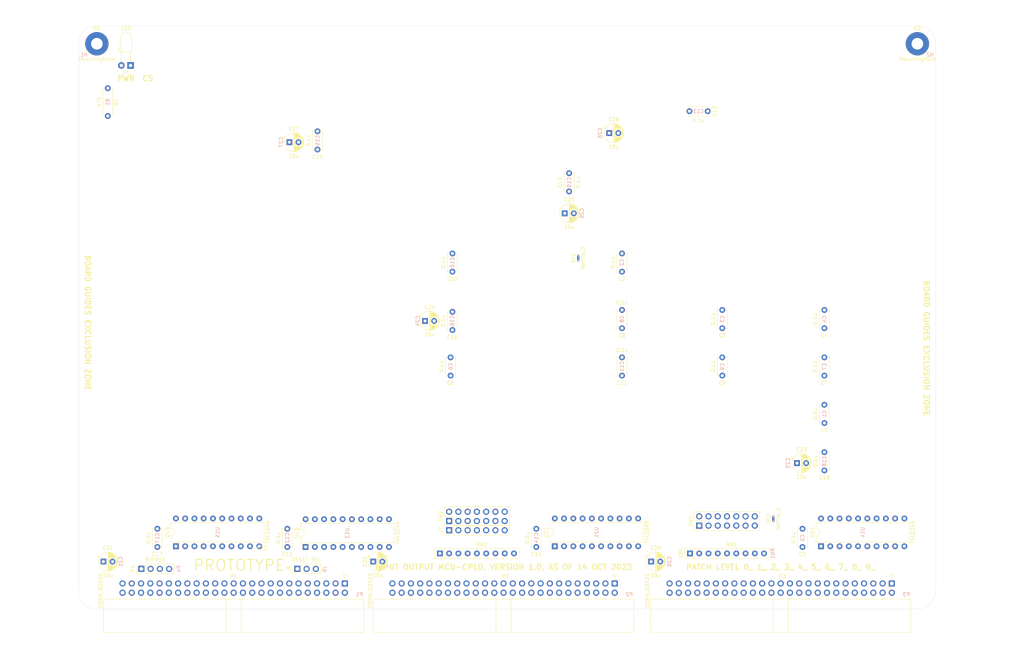
<source format=kicad_pcb>
(kicad_pcb (version 20211014) (generator pcbnew)
  (layers (0 "F.Cu" signal) (31 "B.Cu" signal) (34 "B.Paste" user) (35 "F.Paste" user) (36 "B.SilkS" user "B.Silkscreen") (37 "F.SilkS" user "F.Silkscreen") (38 "B.Mask" user) (39 "F.Mask" user) (44 "Edge.Cuts" user))
  (net 0 "")
  (net 1 "GND")
  (net 2 "VCC")
  (net 3 "Net-(U21-Pad9)")
  (net 4 "Net-(U21-Pad7)")
  (net 5 "Net-(U21-Pad5)")
  (net 6 "Net-(U21-Pad3)")
  (net 7 "Net-(U21-Pad17)")
  (net 8 "Net-(U21-Pad15)")
  (net 9 "Net-(RN1-Pad5)")
  (net 10 "Net-(RN1-Pad4)")
  (net 11 "Net-(RN1-Pad3)")
  (net 12 "Net-(RN1-Pad2)")
  (net 13 "Net-(D1-Pad2)")
  (net 14 "-12V")
  (net 15 "~{EIRQ0}")
  (net 16 "~{EIRQ1}")
  (net 17 "~{EIRQ2}")
  (net 18 "~{EIRQ3}")
  (net 19 "~{EIRQ4}")
  (net 20 "~{EIRQ5}")
  (net 21 "~{EIRQ6}")
  (net 22 "~{EIRQ7}")
  (net 23 "~{INT0}")
  (net 24 "~{M1}")
  (net 25 "~{IORQ}")
  (net 26 "~{WR}")
  (net 27 "~{RD}")
  (net 28 "A0")
  (net 29 "A1")
  (net 30 "A2")
  (net 31 "A3")
  (net 32 "A4")
  (net 33 "A5")
  (net 34 "A6")
  (net 35 "A7")
  (net 36 "+12V")
  (net 37 "D0")
  (net 38 "D1")
  (net 39 "D2")
  (net 40 "D3")
  (net 41 "D4")
  (net 42 "D5")
  (net 43 "D6")
  (net 44 "D7")
  (net 45 "ONE")
  (net 46 "ZERO")
  (net 47 "bD6")
  (net 48 "bD5")
  (net 49 "bD4")
  (net 50 "bD3")
  (net 51 "bD2")
  (net 52 "bD1")
  (net 53 "bD0")
  (net 54 "~{bWR}")
  (net 55 "~{bRD}")
  (net 56 "bA0")
  (net 57 "bD7")
  (net 58 "~{bRESET}")
  (net 59 "~{bM1}")
  (net 60 "bA7")
  (net 61 "bA6")
  (net 62 "bA5")
  (net 63 "bA4")
  (net 64 "~{bIORQ}")
  (net 65 "bA1")
  (net 66 "bA2")
  (net 67 "bA3")
  (net 68 "/bus/D15")
  (net 69 "/bus/D31")
  (net 70 "/bus/D14")
  (net 71 "/bus/D30")
  (net 72 "/bus/D13")
  (net 73 "/bus/D29")
  (net 74 "/bus/D12")
  (net 75 "/bus/D28")
  (net 76 "/bus/D11")
  (net 77 "/bus/D27")
  (net 78 "/bus/D10")
  (net 79 "/bus/D26")
  (net 80 "/bus/D9")
  (net 81 "/bus/D25")
  (net 82 "/bus/D8")
  (net 83 "/bus/D24")
  (net 84 "/bus/D23")
  (net 85 "/bus/D22")
  (net 86 "/bus/D21")
  (net 87 "/bus/D20")
  (net 88 "/bus/D19")
  (net 89 "/bus/D18")
  (net 90 "/bus/D17")
  (net 91 "/bus/D16")
  (net 92 "/bus/~{BUSERR}")
  (net 93 "/bus/UDS")
  (net 94 "/bus/~{VPA}")
  (net 95 "/bus/LDS")
  (net 96 "/bus/~{VMA}")
  (net 97 "/bus/S2")
  (net 98 "/bus/~{BHE}")
  (net 99 "/bus/S1")
  (net 100 "/bus/IPL2")
  (net 101 "/bus/S0")
  (net 102 "/bus/IPL1")
  (net 103 "/bus/AUXCLK3")
  (net 104 "/bus/IPL0")
  (net 105 "/bus/AUXCLK2")
  (net 106 "/bus/A15")
  (net 107 "/bus/A31")
  (net 108 "/bus/A14")
  (net 109 "/bus/A30")
  (net 110 "/bus/A13")
  (net 111 "/bus/A29")
  (net 112 "/bus/A12")
  (net 113 "/bus/A28")
  (net 114 "/bus/A11")
  (net 115 "/bus/A27")
  (net 116 "/bus/A10")
  (net 117 "/bus/A26")
  (net 118 "/bus/A9")
  (net 119 "/bus/A25")
  (net 120 "/bus/A8")
  (net 121 "/bus/A24")
  (net 122 "/bus/A23")
  (net 123 "/bus/A22")
  (net 124 "/bus/A21")
  (net 125 "/bus/A20")
  (net 126 "/bus/A19")
  (net 127 "/bus/A18")
  (net 128 "/bus/A17")
  (net 129 "/bus/A16")
  (net 130 "/bus/IC3")
  (net 131 "~{TEND1}")
  (net 132 "/bus/IC2")
  (net 133 "~{DREQ1}")
  (net 134 "/bus/IC1")
  (net 135 "~{TEND0}")
  (net 136 "/bus/IC0")
  (net 137 "~{DREQ0}")
  (net 138 "/bus/AUXCLK1")
  (net 139 "/bus/AUXCLK0")
  (net 140 "/bus/E")
  (net 141 "/bus/ST")
  (net 142 "/bus/PHI")
  (net 143 "/bus/~{MREQ}")
  (net 144 "/bus/~{INT2}")
  (net 145 "/bus/~{INT1}")
  (net 146 "/bus/~{BUSACK}")
  (net 147 "/bus/CRUCLK")
  (net 148 "/bus/CLK")
  (net 149 "/bus/CRUOUT")
  (net 150 "/bus/CRUIN")
  (net 151 "/bus/~{NMI}")
  (net 152 "~{RES_IN}")
  (net 153 "~{RES_OUT}")
  (net 154 "/bus/USER8")
  (net 155 "/bus/~{BUSRQ}")
  (net 156 "/bus/USER7")
  (net 157 "/bus/~{WAIT}")
  (net 158 "/bus/USER6")
  (net 159 "/bus/~{HALT}")
  (net 160 "/bus/USER5")
  (net 161 "/bus/~{RFSH}")
  (net 162 "/bus/USER4")
  (net 163 "/bus/USER3")
  (net 164 "/bus/USER2")
  (net 165 "/bus/USER1")
  (net 166 "/bus/USER0")
  (net 167 "~{BAI}")
  (net 168 "~{BAO}")
  (net 169 "~{IEI}")
  (net 170 "~{IEO}")
  (net 171 "/bus/I2C_SCL")
  (net 172 "/bus/I2C_SDA")
  (net 173 "Net-(U21-Pad13)")
  (net 174 "Net-(U21-Pad11)")
  (net 175 "Net-(U21-Pad8)")
  (net 176 "Net-(U21-Pad4)")
  (net 177 "~{CS_MCU-CPLD}")
  (net 178 "Net-(RN2-Pad7)")
  (net 186 "Net-(J9-Pad2)")
  (footprint "MountingHole:MountingHole_3.2mm_M3_Pad" (layer "F.Cu") (at 265 75)
    (fp_text reference "H2" (at 0 -4.2) (layer "F.SilkS"))
    (fp_text value "MountingHole" (at 0 4.2) (layer "F.SilkS"))
    (fp_text user "${REFERENCE}" (at 3.5 3) (layer "B.SilkS") (effects (justify mirror)))
    (pad "1" thru_hole circle (at 0 0) (size 6.4 6.4) (drill 3.2) (layers *.Cu *.Mask) (net 1 "GND"))
  )
  (footprint "MountingHole:MountingHole_3.2mm_M3_Pad" (layer "F.Cu") (at 40 75)
    (fp_text reference "H1" (at 0 -4.2) (layer "F.SilkS"))
    (fp_text value "MountingHole" (at 0 4.2) (layer "F.SilkS"))
    (fp_text user "${REFERENCE}" (at -3.5 3) (layer "B.SilkS") (effects (justify mirror)))
    (pad "1" thru_hole circle (at 0 0) (size 6.4 6.4) (drill 3.2) (layers *.Cu *.Mask) (net 1 "GND"))
  )
  (footprint "Connector_IDC:IDC-Header_2x25_P2.54mm_Horizontal" (layer "F.Cu") (at 182 223 -90)
    (fp_text reference "P2" (at 3 -4 180) (layer "B.SilkS") (effects (justify mirror)))
    (fp_text value "CONN_02X25" (at 2 67.06 90) (layer "F.SilkS"))
    (fp_text user "${REFERENCE}" (at -2 30) (layer "F.SilkS"))
    (pad "1" thru_hole roundrect (at 0 0 270) (size 1.7 1.7) (drill 1) (layers *.Cu *.Mask) (roundrect_rratio 0.147059) (net 2 "VCC"))
    (pad "2" thru_hole circle (at 2.54 0 270) (size 1.7 1.7) (drill 1) (layers *.Cu *.Mask) (net 2 "VCC"))
    (pad "3" thru_hole circle (at 0 2.54 270) (size 1.7 1.7) (drill 1) (layers *.Cu *.Mask) (net 106 "/bus/A15"))
    (pad "4" thru_hole circle (at 2.54 2.54 270) (size 1.7 1.7) (drill 1) (layers *.Cu *.Mask) (net 107 "/bus/A31"))
    (pad "5" thru_hole circle (at 0 5.08 270) (size 1.7 1.7) (drill 1) (layers *.Cu *.Mask) (net 108 "/bus/A14"))
    (pad "6" thru_hole circle (at 2.54 5.08 270) (size 1.7 1.7) (drill 1) (layers *.Cu *.Mask) (net 109 "/bus/A30"))
    (pad "7" thru_hole circle (at 0 7.62 270) (size 1.7 1.7) (drill 1) (layers *.Cu *.Mask) (net 110 "/bus/A13"))
    (pad "8" thru_hole circle (at 2.54 7.62 270) (size 1.7 1.7) (drill 1) (layers *.Cu *.Mask) (net 111 "/bus/A29"))
    (pad "9" thru_hole circle (at 0 10.16 270) (size 1.7 1.7) (drill 1) (layers *.Cu *.Mask) (net 112 "/bus/A12"))
    (pad "10" thru_hole circle (at 2.54 10.16 270) (size 1.7 1.7) (drill 1) (layers *.Cu *.Mask) (net 113 "/bus/A28"))
    (pad "11" thru_hole circle (at 0 12.7 270) (size 1.7 1.7) (drill 1) (layers *.Cu *.Mask) (net 114 "/bus/A11"))
    (pad "12" thru_hole circle (at 2.54 12.7 270) (size 1.7 1.7) (drill 1) (layers *.Cu *.Mask) (net 115 "/bus/A27"))
    (pad "13" thru_hole circle (at 0 15.24 270) (size 1.7 1.7) (drill 1) (layers *.Cu *.Mask) (net 116 "/bus/A10"))
    (pad "14" thru_hole circle (at 2.54 15.24 270) (size 1.7 1.7) (drill 1) (layers *.Cu *.Mask) (net 117 "/bus/A26"))
    (pad "15" thru_hole circle (at 0 17.78 270) (size 1.7 1.7) (drill 1) (layers *.Cu *.Mask) (net 118 "/bus/A9"))
    (pad "16" thru_hole circle (at 2.54 17.78 270) (size 1.7 1.7) (drill 1) (layers *.Cu *.Mask) (net 119 "/bus/A25"))
    (pad "17" thru_hole circle (at 0 20.32 270) (size 1.7 1.7) (drill 1) (layers *.Cu *.Mask) (net 120 "/bus/A8"))
    (pad "18" thru_hole circle (at 2.54 20.32 270) (size 1.7 1.7) (drill 1) (layers *.Cu *.Mask) (net 121 "/bus/A24"))
    (pad "19" thru_hole circle (at 0 22.86 270) (size 1.7 1.7) (drill 1) (layers *.Cu *.Mask) (net 36 "+12V"))
    (pad "20" thru_hole circle (at 2.54 22.86 270) (size 1.7 1.7) (drill 1) (layers *.Cu *.Mask) (net 36 "+12V"))
    (pad "21" thru_hole circle (at 0 25.4 270) (size 1.7 1.7) (drill 1) (layers *.Cu *.Mask) (net 35 "A7"))
    (pad "22" thru_hole circle (at 2.54 25.4 270) (size 1.7 1.7) (drill 1) (layers *.Cu *.Mask) (net 122 "/bus/A23"))
    (pad "23" thru_hole circle (at 0 27.94 270) (size 1.7 1.7) (drill 1) (layers *.Cu *.Mask) (net 34 "A6"))
    (pad "24" thru_hole circle (at 2.54 27.94 270) (size 1.7 1.7) (drill 1) (layers *.Cu *.Mask) (net 123 "/bus/A22"))
    (pad "25" thru_hole circle (at 0 30.48 270) (size 1.7 1.7) (drill 1) (layers *.Cu *.Mask) (net 33 "A5"))
    (pad "26" thru_hole circle (at 2.54 30.48 270) (size 1.7 1.7) (drill 1) (layers *.Cu *.Mask) (net 124 "/bus/A21"))
    (pad "27" thru_hole circle (at 0 33.02 270) (size 1.7 1.7) (drill 1) (layers *.Cu *.Mask) (net 32 "A4"))
    (pad "28" thru_hole circle (at 2.54 33.02 270) (size 1.7 1.7) (drill 1) (layers *.Cu *.Mask) (net 125 "/bus/A20"))
    (pad "29" thru_hole circle (at 0 35.56 270) (size 1.7 1.7) (drill 1) (layers *.Cu *.Mask) (net 31 "A3"))
    (pad "30" thru_hole circle (at 2.54 35.56 270) (size 1.7 1.7) (drill 1) (layers *.Cu *.Mask) (net 126 "/bus/A19"))
    (pad "31" thru_hole circle (at 0 38.1 270) (size 1.7 1.7) (drill 1) (layers *.Cu *.Mask) (net 30 "A2"))
    (pad "32" thru_hole circle (at 2.54 38.1 270) (size 1.7 1.7) (drill 1) (layers *.Cu *.Mask) (net 127 "/bus/A18"))
    (pad "33" thru_hole circle (at 0 40.64 270) (size 1.7 1.7) (drill 1) (layers *.Cu *.Mask) (net 29 "A1"))
    (pad "34" thru_hole circle (at 2.54 40.64 270) (size 1.7 1.7) (drill 1) (layers *.Cu *.Mask) (net 128 "/bus/A17"))
    (pad "35" thru_hole circle (at 0 43.18 270) (size 1.7 1.7) (drill 1) (layers *.Cu *.Mask) (net 28 "A0"))
    (pad "36" thru_hole circle (at 2.54 43.18 270) (size 1.7 1.7) (drill 1) (layers *.Cu *.Mask) (net 129 "/bus/A16"))
    (pad "37" thru_hole circle (at 0 45.72 270) (size 1.7 1.7) (drill 1) (layers *.Cu *.Mask) (net 14 "-12V"))
    (pad "38" thru_hole circle (at 2.54 45.72 270) (size 1.7 1.7) (drill 1) (layers *.Cu *.Mask) (net 14 "-12V"))
    (pad "39" thru_hole circle (at 0 48.26 270) (size 1.7 1.7) (drill 1) (layers *.Cu *.Mask) (net 130 "/bus/IC3"))
    (pad "40" thru_hole circle (at 2.54 48.26 270) (size 1.7 1.7) (drill 1) (layers *.Cu *.Mask) (net 131 "~{TEND1}"))
    (pad "41" thru_hole circle (at 0 50.8 270) (size 1.7 1.7) (drill 1) (layers *.Cu *.Mask) (net 132 "/bus/IC2"))
    (pad "42" thru_hole circle (at 2.54 50.8 270) (size 1.7 1.7) (drill 1) (layers *.Cu *.Mask) (net 133 "~{DREQ1}"))
    (pad "43" thru_hole circle (at 0 53.34 270) (size 1.7 1.7) (drill 1) (layers *.Cu *.Mask) (net 134 "/bus/IC1"))
    (pad "44" thru_hole circle (at 2.54 53.34 270) (size 1.7 1.7) (drill 1) (layers *.Cu *.Mask) (net 135 "~{TEND0}"))
    (pad "45" thru_hole circle (at 0 55.88 270) (size 1.7 1.7) (drill 1) (layers *.Cu *.Mask) (net 136 "/bus/IC0"))
    (pad "46" thru_hole circle (at 2.54 55.88 270) (size 1.7 1.7) (drill 1) (layers *.Cu *.Mask) (net 137 "~{DREQ0}"))
    (pad "47" thru_hole circle (at 0 58.42 270) (size 1.7 1.7) (drill 1) (layers *.Cu *.Mask) (net 138 "/bus/AUXCLK1"))
    (pad "48" thru_hole circle (at 2.54 58.42 270) (size 1.7 1.7) (drill 1) (layers *.Cu *.Mask) (net 139 "/bus/AUXCLK0"))
    (pad "49" thru_hole circle (at 0 60.96 270) (size 1.7 1.7) (drill 1) (layers *.Cu *.Mask) (net 1 "GND"))
    (pad "50" thru_hole circle (at 2.54 60.96 270) (size 1.7 1.7) (drill 1) (layers *.Cu *.Mask) (net 1 "GND"))
  )
  (footprint "Connector_IDC:IDC-Header_2x25_P2.54mm_Horizontal" (layer "F.Cu") (at 258 223 -90)
    (fp_text reference "P3" (at 3 -4 180) (layer "B.SilkS") (effects (justify mirror)))
    (fp_text value "CONN_02X25" (at 2 67.06 90) (layer "F.SilkS"))
    (fp_text user "${REFERENCE}" (at -2 30) (layer "F.SilkS"))
    (pad "1" thru_hole roundrect (at 0 0 270) (size 1.7 1.7) (drill 1) (layers *.Cu *.Mask) (roundrect_rratio 0.147059) (net 2 "VCC"))
    (pad "2" thru_hole circle (at 2.54 0 270) (size 1.7 1.7) (drill 1) (layers *.Cu *.Mask) (net 2 "VCC"))
    (pad "3" thru_hole circle (at 0 2.54 270) (size 1.7 1.7) (drill 1) (layers *.Cu *.Mask) (net 68 "/bus/D15"))
    (pad "4" thru_hole circle (at 2.54 2.54 270) (size 1.7 1.7) (drill 1) (layers *.Cu *.Mask) (net 69 "/bus/D31"))
    (pad "5" thru_hole circle (at 0 5.08 270) (size 1.7 1.7) (drill 1) (layers *.Cu *.Mask) (net 70 "/bus/D14"))
    (pad "6" thru_hole circle (at 2.54 5.08 270) (size 1.7 1.7) (drill 1) (layers *.Cu *.Mask) (net 71 "/bus/D30"))
    (pad "7" thru_hole circle (at 0 7.62 270) (size 1.7 1.7) (drill 1) (layers *.Cu *.Mask) (net 72 "/bus/D13"))
    (pad "8" thru_hole circle (at 2.54 7.62 270) (size 1.7 1.7) (drill 1) (layers *.Cu *.Mask) (net 73 "/bus/D29"))
    (pad "9" thru_hole circle (at 0 10.16 270) (size 1.7 1.7) (drill 1) (layers *.Cu *.Mask) (net 74 "/bus/D12"))
    (pad "10" thru_hole circle (at 2.54 10.16 270) (size 1.7 1.7) (drill 1) (layers *.Cu *.Mask) (net 75 "/bus/D28"))
    (pad "11" thru_hole circle (at 0 12.7 270) (size 1.7 1.7) (drill 1) (layers *.Cu *.Mask) (net 76 "/bus/D11"))
    (pad "12" thru_hole circle (at 2.54 12.7 270) (size 1.7 1.7) (drill 1) (layers *.Cu *.Mask) (net 77 "/bus/D27"))
    (pad "13" thru_hole circle (at 0 15.24 270) (size 1.7 1.7) (drill 1) (layers *.Cu *.Mask) (net 78 "/bus/D10"))
    (pad "14" thru_hole circle (at 2.54 15.24 270) (size 1.7 1.7) (drill 1) (layers *.Cu *.Mask) (net 79 "/bus/D26"))
    (pad "15" thru_hole circle (at 0 17.78 270) (size 1.7 1.7) (drill 1) (layers *.Cu *.Mask) (net 80 "/bus/D9"))
    (pad "16" thru_hole circle (at 2.54 17.78 270) (size 1.7 1.7) (drill 1) (layers *.Cu *.Mask) (net 81 "/bus/D25"))
    (pad "17" thru_hole circle (at 0 20.32 270) (size 1.7 1.7) (drill 1) (layers *.Cu *.Mask) (net 82 "/bus/D8"))
    (pad "18" thru_hole circle (at 2.54 20.32 270) (size 1.7 1.7) (drill 1) (layers *.Cu *.Mask) (net 83 "/bus/D24"))
    (pad "19" thru_hole circle (at 0 22.86 270) (size 1.7 1.7) (drill 1) (layers *.Cu *.Mask) (net 44 "D7"))
    (pad "20" thru_hole circle (at 2.54 22.86 270) (size 1.7 1.7) (drill 1) (layers *.Cu *.Mask) (net 84 "/bus/D23"))
    (pad "21" thru_hole circle (at 0 25.4 270) (size 1.7 1.7) (drill 1) (layers *.Cu *.Mask) (net 43 "D6"))
    (pad "22" thru_hole circle (at 2.54 25.4 270) (size 1.7 1.7) (drill 1) (layers *.Cu *.Mask) (net 85 "/bus/D22"))
    (pad "23" thru_hole circle (at 0 27.94 270) (size 1.7 1.7) (drill 1) (layers *.Cu *.Mask) (net 42 "D5"))
    (pad "24" thru_hole circle (at 2.54 27.94 270) (size 1.7 1.7) (drill 1) (layers *.Cu *.Mask) (net 86 "/bus/D21"))
    (pad "25" thru_hole circle (at 0 30.48 270) (size 1.7 1.7) (drill 1) (layers *.Cu *.Mask) (net 41 "D4"))
    (pad "26" thru_hole circle (at 2.54 30.48 270) (size 1.7 1.7) (drill 1) (layers *.Cu *.Mask) (net 87 "/bus/D20"))
    (pad "27" thru_hole circle (at 0 33.02 270) (size 1.7 1.7) (drill 1) (layers *.Cu *.Mask) (net 40 "D3"))
    (pad "28" thru_hole circle (at 2.54 33.02 270) (size 1.7 1.7) (drill 1) (layers *.Cu *.Mask) (net 88 "/bus/D19"))
    (pad "29" thru_hole circle (at 0 35.56 270) (size 1.7 1.7) (drill 1) (layers *.Cu *.Mask) (net 39 "D2"))
    (pad "30" thru_hole circle (at 2.54 35.56 270) (size 1.7 1.7) (drill 1) (layers *.Cu *.Mask) (net 89 "/bus/D18"))
    (pad "31" thru_hole circle (at 0 38.1 270) (size 1.7 1.7) (drill 1) (layers *.Cu *.Mask) (net 38 "D1"))
    (pad "32" thru_hole circle (at 2.54 38.1 270) (size 1.7 1.7) (drill 1) (layers *.Cu *.Mask) (net 90 "/bus/D17"))
    (pad "33" thru_hole circle (at 0 40.64 270) (size 1.7 1.7) (drill 1) (layers *.Cu *.Mask) (net 37 "D0"))
    (pad "34" thru_hole circle (at 2.54 40.64 270) (size 1.7 1.7) (drill 1) (layers *.Cu *.Mask) (net 91 "/bus/D16"))
    (pad "35" thru_hole circle (at 0 43.18 270) (size 1.7 1.7) (drill 1) (layers *.Cu *.Mask) (net 92 "/bus/~{BUSERR}"))
    (pad "36" thru_hole circle (at 2.54 43.18 270) (size 1.7 1.7) (drill 1) (layers *.Cu *.Mask) (net 93 "/bus/UDS"))
    (pad "37" thru_hole circle (at 0 45.72 270) (size 1.7 1.7) (drill 1) (layers *.Cu *.Mask) (net 94 "/bus/~{VPA}"))
    (pad "38" thru_hole circle (at 2.54 45.72 270) (size 1.7 1.7) (drill 1) (layers *.Cu *.Mask) (net 95 "/bus/LDS"))
    (pad "39" thru_hole circle (at 0 48.26 270) (size 1.7 1.7) (drill 1) (layers *.Cu *.Mask) (net 96 "/bus/~{VMA}"))
    (pad "40" thru_hole circle (at 2.54 48.26 270) (size 1.7 1.7) (drill 1) (layers *.Cu *.Mask) (net 97 "/bus/S2"))
    (pad "41" thru_hole circle (at 0 50.8 270) (size 1.7 1.7) (drill 1) (layers *.Cu *.Mask) (net 98 "/bus/~{BHE}"))
    (pad "42" thru_hole circle (at 2.54 50.8 270) (size 1.7 1.7) (drill 1) (layers *.Cu *.Mask) (net 99 "/bus/S1"))
    (pad "43" thru_hole circle (at 0 53.34 270) (size 1.7 1.7) (drill 1) (layers *.Cu *.Mask) (net 100 "/bus/IPL2"))
    (pad "44" thru_hole circle (at 2.54 53.34 270) (size 1.7 1.7) (drill 1) (layers *.Cu *.Mask) (net 101 "/bus/S0"))
    (pad "45" thru_hole circle (at 0 55.88 270) (size 1.7 1.7) (drill 1) (layers *.Cu *.Mask) (net 102 "/bus/IPL1"))
    (pad "46" thru_hole circle (at 2.54 55.88 270) (size 1.7 1.7) (drill 1) (layers *.Cu *.Mask) (net 103 "/bus/AUXCLK3"))
    (pad "47" thru_hole circle (at 0 58.42 270) (size 1.7 1.7) (drill 1) (layers *.Cu *.Mask) (net 104 "/bus/IPL0"))
    (pad "48" thru_hole circle (at 2.54 58.42 270) (size 1.7 1.7) (drill 1) (layers *.Cu *.Mask) (net 105 "/bus/AUXCLK2"))
    (pad "49" thru_hole circle (at 0 60.96 270) (size 1.7 1.7) (drill 1) (layers *.Cu *.Mask) (net 1 "GND"))
    (pad "50" thru_hole circle (at 2.54 60.96 270) (size 1.7 1.7) (drill 1) (layers *.Cu *.Mask) (net 1 "GND"))
  )
  (footprint "Connector_IDC:IDC-Header_2x25_P2.54mm_Horizontal" (layer "F.Cu") (at 108 223 -90)
    (fp_text reference "P1" (at 3 -4 180) (layer "B.SilkS") (effects (justify mirror)))
    (fp_text value "CONN_02X25" (at 2 67 90) (layer "F.SilkS"))
    (fp_text user "${REFERENCE}" (at -2 30.48) (layer "F.SilkS"))
    (pad "1" thru_hole roundrect (at 0 0 270) (size 1.7 1.7) (drill 1) (layers *.Cu *.Mask) (roundrect_rratio 0.147059) (net 2 "VCC"))
    (pad "2" thru_hole circle (at 2.54 0 270) (size 1.7 1.7) (drill 1) (layers *.Cu *.Mask) (net 2 "VCC"))
    (pad "3" thru_hole circle (at 0 2.54 270) (size 1.7 1.7) (drill 1) (layers *.Cu *.Mask) (net 27 "~{RD}"))
    (pad "4" thru_hole circle (at 2.54 2.54 270) (size 1.7 1.7) (drill 1) (layers *.Cu *.Mask) (net 140 "/bus/E"))
    (pad "5" thru_hole circle (at 0 5.08 270) (size 1.7 1.7) (drill 1) (layers *.Cu *.Mask) (net 26 "~{WR}"))
    (pad "6" thru_hole circle (at 2.54 5.08 270) (size 1.7 1.7) (drill 1) (layers *.Cu *.Mask) (net 141 "/bus/ST"))
    (pad "7" thru_hole circle (at 0 7.62 270) (size 1.7 1.7) (drill 1) (layers *.Cu *.Mask) (net 25 "~{IORQ}"))
    (pad "8" thru_hole circle (at 2.54 7.62 270) (size 1.7 1.7) (drill 1) (layers *.Cu *.Mask) (net 142 "/bus/PHI"))
    (pad "9" thru_hole circle (at 0 10.16 270) (size 1.7 1.7) (drill 1) (layers *.Cu *.Mask) (net 143 "/bus/~{MREQ}"))
    (pad "10" thru_hole circle (at 2.54 10.16 270) (size 1.7 1.7) (drill 1) (layers *.Cu *.Mask) (net 144 "/bus/~{INT2}"))
    (pad "11" thru_hole circle (at 0 12.7 270) (size 1.7 1.7) (drill 1) (layers *.Cu *.Mask) (net 24 "~{M1}"))
    (pad "12" thru_hole circle (at 2.54 12.7 270) (size 1.7 1.7) (drill 1) (layers *.Cu *.Mask) (net 145 "/bus/~{INT1}"))
    (pad "13" thru_hole circle (at 0 15.24 270) (size 1.7 1.7) (drill 1) (layers *.Cu *.Mask) (net 146 "/bus/~{BUSACK}"))
    (pad "14" thru_hole circle (at 2.54 15.24 270) (size 1.7 1.7) (drill 1) (layers *.Cu *.Mask) (net 147 "/bus/CRUCLK"))
    (pad "15" thru_hole circle (at 0 17.78 270) (size 1.7 1.7) (drill 1) (layers *.Cu *.Mask) (net 148 "/bus/CLK"))
    (pad "16" thru_hole circle (at 2.54 17.78 270) (size 1.7 1.7) (drill 1) (layers *.Cu *.Mask) (net 149 "/bus/CRUOUT"))
    (pad "17" thru_hole circle (at 0 20.32 270) (size 1.7 1.7) (drill 1) (layers *.Cu *.Mask) (net 23 "~{INT0}"))
    (pad "18" thru_hole circle (at 2.54 20.32 270) (size 1.7 1.7) (drill 1) (layers *.Cu *.Mask) (net 150 "/bus/CRUIN"))
    (pad "19" thru_hole circle (at 0 22.86 270) (size 1.7 1.7) (drill 1) (layers *.Cu *.Mask) (net 151 "/bus/~{NMI}"))
    (pad "20" thru_hole circle (at 2.54 22.86 270) (size 1.7 1.7) (drill 1) (layers *.Cu *.Mask) (net 152 "~{RES_IN}"))
    (pad "21" thru_hole circle (at 0 25.4 270) (size 1.7 1.7) (drill 1) (layers *.Cu *.Mask) (net 153 "~{RES_OUT}"))
    (pad "22" thru_hole circle (at 2.54 25.4 270) (size 1.7 1.7) (drill 1) (layers *.Cu *.Mask) (net 154 "/bus/USER8"))
    (pad "23" thru_hole circle (at 0 27.94 270) (size 1.7 1.7) (drill 1) (layers *.Cu *.Mask) (net 155 "/bus/~{BUSRQ}"))
    (pad "24" thru_hole circle (at 2.54 27.94 270) (size 1.7 1.7) (drill 1) (layers *.Cu *.Mask) (net 156 "/bus/USER7"))
    (pad "25" thru_hole circle (at 0 30.48 270) (size 1.7 1.7) (drill 1) (layers *.Cu *.Mask) (net 157 "/bus/~{WAIT}"))
    (pad "26" thru_hole circle (at 2.54 30.48 270) (size 1.7 1.7) (drill 1) (layers *.Cu *.Mask) (net 158 "/bus/USER6"))
    (pad "27" thru_hole circle (at 0 33.02 270) (size 1.7 1.7) (drill 1) (layers *.Cu *.Mask) (net 159 "/bus/~{HALT}"))
    (pad "28" thru_hole circle (at 2.54 33.02 270) (size 1.7 1.7) (drill 1) (layers *.Cu *.Mask) (net 160 "/bus/USER5"))
    (pad "29" thru_hole circle (at 0 35.56 270) (size 1.7 1.7) (drill 1) (layers *.Cu *.Mask) (net 161 "/bus/~{RFSH}"))
    (pad "30" thru_hole circle (at 2.54 35.56 270) (size 1.7 1.7) (drill 1) (layers *.Cu *.Mask) (net 162 "/bus/USER4"))
    (pad "31" thru_hole circle (at 0 38.1 270) (size 1.7 1.7) (drill 1) (layers *.Cu *.Mask) (net 22 "~{EIRQ7}"))
    (pad "32" thru_hole circle (at 2.54 38.1 270) (size 1.7 1.7) (drill 1) (layers *.Cu *.Mask) (net 163 "/bus/USER3"))
    (pad "33" thru_hole circle (at 0 40.64 270) (size 1.7 1.7) (drill 1) (layers *.Cu *.Mask) (net 21 "~{EIRQ6}"))
    (pad "34" thru_hole circle (at 2.54 40.64 270) (size 1.7 1.7) (drill 1) (layers *.Cu *.Mask) (net 164 "/bus/USER2"))
    (pad "35" thru_hole circle (at 0 43.18 270) (size 1.7 1.7) (drill 1) (layers *.Cu *.Mask) (net 20 "~{EIRQ5}"))
    (pad "36" thru_hole circle (at 2.54 43.18 270) (size 1.7 1.7) (drill 1) (layers *.Cu *.Mask) (net 165 "/bus/USER1"))
    (pad "37" thru_hole circle (at 0 45.72 270) (size 1.7 1.7) (drill 1) (layers *.Cu *.Mask) (net 19 "~{EIRQ4}"))
    (pad "38" thru_hole circle (at 2.54 45.72 270) (size 1.7 1.7) (drill 1) (layers *.Cu *.Mask) (net 166 "/bus/USER0"))
    (pad "39" thru_hole circle (at 0 48.26 270) (size 1.7 1.7) (drill 1) (layers *.Cu *.Mask) (net 18 "~{EIRQ3}"))
    (pad "40" thru_hole circle (at 2.54 48.26 270) (size 1.7 1.7) (drill 1) (layers *.Cu *.Mask) (net 167 "~{BAI}"))
    (pad "41" thru_hole circle (at 0 50.8 270) (size 1.7 1.7) (drill 1) (layers *.Cu *.Mask) (net 17 "~{EIRQ2}"))
    (pad "42" thru_hole circle (at 2.54 50.8 270) (size 1.7 1.7) (drill 1) (layers *.Cu *.Mask) (net 168 "~{BAO}"))
    (pad "43" thru_hole circle (at 0 53.34 270) (size 1.7 1.7) (drill 1) (layers *.Cu *.Mask) (net 16 "~{EIRQ1}"))
    (pad "44" thru_hole circle (at 2.54 53.34 270) (size 1.7 1.7) (drill 1) (layers *.Cu *.Mask) (net 169 "~{IEI}"))
    (pad "45" thru_hole circle (at 0 55.88 270) (size 1.7 1.7) (drill 1) (layers *.Cu *.Mask) (net 15 "~{EIRQ0}"))
    (pad "46" thru_hole circle (at 2.54 55.88 270) (size 1.7 1.7) (drill 1) (layers *.Cu *.Mask) (net 170 "~{IEO}"))
    (pad "47" thru_hole circle (at 0 58.42 270) (size 1.7 1.7) (drill 1) (layers *.Cu *.Mask) (net 171 "/bus/I2C_SCL"))
    (pad "48" thru_hole circle (at 2.54 58.42 270) (size 1.7 1.7) (drill 1) (layers *.Cu *.Mask) (net 172 "/bus/I2C_SDA"))
    (pad "49" thru_hole circle (at 0 60.96 270) (size 1.7 1.7) (drill 1) (layers *.Cu *.Mask) (net 1 "GND"))
    (pad "50" thru_hole circle (at 2.54 60.96 270) (size 1.7 1.7) (drill 1) (layers *.Cu *.Mask) (net 1 "GND"))
  )
  (footprint "Capacitor_THT:C_Disc_D5.0mm_W2.5mm_P5.00mm" (layer "F.Cu") (at 137.5 148.5 -90)
    (fp_text reference "C16" (at 7 0 180) (layer "F.SilkS"))
    (fp_text value "0.1u" (at 2.5 2.5 90) (layer "F.SilkS"))
    (fp_text user "${REFERENCE}" (at 2.5 0 90) (layer "B.SilkS") (effects (justify mirror)))
    (pad "1" thru_hole circle (at 0 0 270) (size 1.6 1.6) (drill 0.8) (layers *.Cu *.Mask) (net 2 "VCC"))
    (pad "2" thru_hole circle (at 5 0 270) (size 1.6 1.6) (drill 0.8) (layers *.Cu *.Mask) (net 1 "GND"))
  )
  (footprint "Connector_PinHeader_2.54mm:PinHeader_2x07_P2.54mm_Vertical" (layer "F.Cu") (at 136.595 205.87 90)
    (fp_text reference "SW2" (at 1.27 -2.33 90) (layer "F.SilkS"))
    (fp_text value "IO PORT ADDR")
    (pad "1" thru_hole rect (at 0 0 90) (size 1.7 1.7) (drill 1) (layers *.Cu *.Mask) (net 7 "Net-(U21-Pad17)"))
    (pad "2" thru_hole oval (at 2.54 0 90) (size 1.7 1.7) (drill 1) (layers *.Cu *.Mask) (net 46 "ZERO"))
    (pad "3" thru_hole oval (at 0 2.54 90) (size 1.7 1.7) (drill 1) (layers *.Cu *.Mask) (net 8 "Net-(U21-Pad15)"))
    (pad "4" thru_hole oval (at 2.54 2.54 90) (size 1.7 1.7) (drill 1) (layers *.Cu *.Mask) (net 46 "ZERO"))
    (pad "5" thru_hole oval (at 0 5.08 90) (size 1.7 1.7) (drill 1) (layers *.Cu *.Mask) (net 173 "Net-(U21-Pad13)"))
    (pad "6" thru_hole oval (at 2.54 5.08 90) (size 1.7 1.7) (drill 1) (layers *.Cu *.Mask) (net 46 "ZERO"))
    (pad "7" thru_hole oval (at 0 7.62 90) (size 1.7 1.7) (drill 1) (layers *.Cu *.Mask) (net 174 "Net-(U21-Pad11)"))
    (pad "8" thru_hole oval (at 2.54 7.62 90) (size 1.7 1.7) (drill 1) (layers *.Cu *.Mask) (net 46 "ZERO"))
    (pad "9" thru_hole oval (at 0 10.16 90) (size 1.7 1.7) (drill 1) (layers *.Cu *.Mask) (net 175 "Net-(U21-Pad8)"))
    (pad "10" thru_hole oval (at 2.54 10.16 90) (size 1.7 1.7) (drill 1) (layers *.Cu *.Mask) (net 46 "ZERO"))
    (pad "11" thru_hole oval (at 0 12.7 90) (size 1.7 1.7) (drill 1) (layers *.Cu *.Mask) (net 178 "Net-(RN2-Pad7)"))
    (pad "12" thru_hole oval (at 2.54 12.7 90) (size 1.7 1.7) (drill 1) (layers *.Cu *.Mask) (net 46 "ZERO"))
    (pad "13" thru_hole oval (at 0 15.24 90) (size 1.7 1.7) (drill 1) (layers *.Cu *.Mask) (net 176 "Net-(U21-Pad4)"))
    (pad "14" thru_hole oval (at 2.54 15.24 90) (size 1.7 1.7) (drill 1) (layers *.Cu *.Mask) (net 46 "ZERO"))
  )
  (footprint "Capacitor_THT:CP_Radial_D5.0mm_P2.50mm" (layer "F.Cu") (at 115.794888 217)
    (fp_text reference "C22" (at -30.515 -3.75) (layer "F.SilkS"))
    (fp_text value "10u" (at 1.25 3.75) (layer "F.SilkS"))
    (fp_text user "${REFERENCE}" (at -2.294888 0 90) (layer "F.SilkS"))
    (pad "1" thru_hole rect (at 0 0) (size 1.6 1.6) (drill 0.8) (layers *.Cu *.Mask) (net 2 "VCC"))
    (pad "2" thru_hole circle (at 2.5 0) (size 1.6 1.6) (drill 0.8) (layers *.Cu *.Mask) (net 1 "GND"))
  )
  (footprint "Capacitor_THT:C_Disc_D5.0mm_W2.5mm_P5.00mm" (layer "F.Cu") (at 137.5 132.5 -90)
    (fp_text reference "C10" (at 7 0 180) (layer "F.SilkS"))
    (fp_text value "0.1u" (at 2.5 2.5 90) (layer "F.SilkS"))
    (fp_text user "${REFERENCE}" (at 2.5 0 90) (layer "B.SilkS") (effects (justify mirror)))
    (pad "1" thru_hole circle (at 0 0 270) (size 1.6 1.6) (drill 0.8) (layers *.Cu *.Mask) (net 2 "VCC"))
    (pad "2" thru_hole circle (at 5 0 270) (size 1.6 1.6) (drill 0.8) (layers *.Cu *.Mask) (net 1 "GND"))
  )
  (footprint "LED_THT:LED_D3.0mm_Horizontal_O3.81mm_Z2.0mm" (layer "F.Cu") (at 49.25 80.95 180)
    (fp_text reference "D1" (at 1.27 -1.96) (layer "F.SilkS"))
    (fp_text value "LED" (at 1.27 10.17) (layer "F.SilkS"))
    (pad "1" thru_hole rect (at 0 0 180) (size 1.8 1.8) (drill 0.9) (layers *.Cu *.Mask) (net 1 "GND"))
    (pad "2" thru_hole circle (at 2.54 0 180) (size 1.8 1.8) (drill 0.9) (layers *.Cu *.Mask) (net 13 "Net-(D1-Pad2)"))
  )
  (footprint "Capacitor_THT:C_Disc_D5.0mm_W2.5mm_P5.00mm" (layer "F.Cu") (at 160.5 208 -90)
    (fp_text reference "C14" (at 7 0 180) (layer "F.SilkS"))
    (fp_text value "0.1u" (at 2.5 2.5 90) (layer "F.SilkS"))
    (fp_text user "${REFERENCE}" (at 2.5 0 90) (layer "B.SilkS") (effects (justify mirror)))
    (pad "1" thru_hole circle (at 0 0 270) (size 1.6 1.6) (drill 0.8) (layers *.Cu *.Mask) (net 2 "VCC"))
    (pad "2" thru_hole circle (at 5 0 270) (size 1.6 1.6) (drill 0.8) (layers *.Cu *.Mask) (net 1 "GND"))
  )
  (footprint "Capacitor_THT:CP_Radial_D5.0mm_P2.50mm" (layer "F.Cu") (at 192 217)
    (fp_text reference "C20" (at 1.25 -3.75) (layer "F.SilkS"))
    (fp_text value "10u" (at 1.25 3.75) (layer "F.SilkS"))
    (fp_text user "${REFERENCE}" (at 5 0 90) (layer "B.SilkS") (effects (justify mirror)))
    (pad "1" thru_hole rect (at 0 0) (size 1.6 1.6) (drill 0.8) (layers *.Cu *.Mask) (net 2 "VCC"))
    (pad "2" thru_hole circle (at 2.5 0) (size 1.6 1.6) (drill 0.8) (layers *.Cu *.Mask) (net 1 "GND"))
  )
  (footprint "Capacitor_THT:C_Disc_D5.0mm_W2.5mm_P5.00mm" (layer "F.Cu") (at 239.5 161 -90)
    (fp_text reference "C7" (at 7 0 180) (layer "F.SilkS"))
    (fp_text value "0.1u" (at 2.5 2.5 90) (layer "F.SilkS"))
    (fp_text user "${REFERENCE}" (at 2.5 0 90) (layer "B.SilkS") (effects (justify mirror)))
    (pad "1" thru_hole circle (at 0 0 270) (size 1.6 1.6) (drill 0.8) (layers *.Cu *.Mask) (net 2 "VCC"))
    (pad "2" thru_hole circle (at 5 0 270) (size 1.6 1.6) (drill 0.8) (layers *.Cu *.Mask) (net 1 "GND"))
  )
  (footprint "Capacitor_THT:CP_Radial_D5.0mm_P2.50mm" (layer "F.Cu") (at 92.794888 102)
    (fp_text reference "C27" (at 1.25 -3.75) (layer "F.SilkS"))
    (fp_text value "10u" (at 1.25 3.75) (layer "F.SilkS"))
    (fp_text user "${REFERENCE}" (at -2.294888 0 90) (layer "B.SilkS") (effects (justify mirror)))
    (pad "1" thru_hole rect (at 0 0) (size 1.6 1.6) (drill 0.8) (layers *.Cu *.Mask) (net 2 "VCC"))
    (pad "2" thru_hole circle (at 2.5 0) (size 1.6 1.6) (drill 0.8) (layers *.Cu *.Mask) (net 1 "GND"))
  )
  (footprint "Package_DIP:DIP-20_W7.62mm" (layer "F.Cu") (at 165.575 212.8 90)
    (fp_text reference "U21" (at 3.81 -2.33 90) (layer "F.SilkS"))
    (fp_text value "74LS688" (at 3.81 25.19 90) (layer "F.SilkS"))
    (fp_text user "${REFERENCE}" (at 3.81 11.43 90) (layer "B.SilkS") (effects (justify mirror)))
    (pad "1" thru_hole rect (at 0 0 90) (size 1.6 1.6) (drill 0.8) (layers *.Cu *.Mask) (net 64 "~{bIORQ}"))
    (pad "2" thru_hole oval (at 0 2.54 90) (size 1.6 1.6) (drill 0.8) (layers *.Cu *.Mask) (net 59 "~{bM1}"))
    (pad "3" thru_hole oval (at 0 5.08 90) (size 1.6 1.6) (drill 0.8) (layers *.Cu *.Mask) (net 6 "Net-(U21-Pad3)"))
    (pad "4" thru_hole oval (at 0 7.62 90) (size 1.6 1.6) (drill 0.8) (layers *.Cu *.Mask) (net 176 "Net-(U21-Pad4)"))
    (pad "5" thru_hole oval (at 0 10.16 90) (size 1.6 1.6) (drill 0.8) (layers *.Cu *.Mask) (net 5 "Net-(U21-Pad5)"))
    (pad "6" thru_hole oval (at 0 12.7 90) (size 1.6 1.6) (drill 0.8) (layers *.Cu *.Mask) (net 178 "Net-(RN2-Pad7)"))
    (pad "7" thru_hole oval (at 0 15.24 90) (size 1.6 1.6) (drill 0.8) (layers *.Cu *.Mask) (net 4 "Net-(U21-Pad7)"))
    (pad "8" thru_hole oval (at 0 17.78 90) (size 1.6 1.6) (drill 0.8) (layers *.Cu *.Mask) (net 175 "Net-(U21-Pad8)"))
    (pad "9" thru_hole oval (at 0 20.32 90) (size 1.6 1.6) (drill 0.8) (layers *.Cu *.Mask) (net 3 "Net-(U21-Pad9)"))
    (pad "10" thru_hole oval (at 0 22.86 90) (size 1.6 1.6) (drill 0.8) (layers *.Cu *.Mask) (net 1 "GND"))
    (pad "11" thru_hole oval (at 7.62 22.86 90) (size 1.6 1.6) (drill 0.8) (layers *.Cu *.Mask) (net 174 "Net-(U21-Pad11)"))
    (pad "12" thru_hole oval (at 7.62 20.32 90) (size 1.6 1.6) (drill 0.8) (layers *.Cu *.Mask) (net 9 "Net-(RN1-Pad5)"))
    (pad "13" thru_hole oval (at 7.62 17.78 90) (size 1.6 1.6) (drill 0.8) (layers *.Cu *.Mask) (net 173 "Net-(U21-Pad13)"))
    (pad "14" thru_hole oval (at 7.62 15.24 90) (size 1.6 1.6) (drill 0.8) (layers *.Cu *.Mask) (net 10 "Net-(RN1-Pad4)"))
    (pad "15" thru_hole oval (at 7.62 12.7 90) (size 1.6 1.6) (drill 0.8) (layers *.Cu *.Mask) (net 8 "Net-(U21-Pad15)"))
    (pad "16" thru_hole oval (at 7.62 10.16 90) (size 1.6 1.6) (drill 0.8) (layers *.Cu *.Mask) (net 11 "Net-(RN1-Pad3)"))
    (pad "17" thru_hole oval (at 7.62 7.62 90) (size 1.6 1.6) (drill 0.8) (layers *.Cu *.Mask) (net 7 "Net-(U21-Pad17)"))
    (pad "18" thru_hole oval (at 7.62 5.08 90) (size 1.6 1.6) (drill 0.8) (layers *.Cu *.Mask) (net 12 "Net-(RN1-Pad2)"))
    (pad "19" thru_hole oval (at 7.62 2.54 90) (size 1.6 1.6) (drill 0.8) (layers *.Cu *.Mask) (net 177 "~{CS_MCU-CPLD}"))
    (pad "20" thru_hole oval (at 7.62 0 90) (size 1.6 1.6) (drill 0.8) (layers *.Cu *.Mask) (net 2 "VCC"))
  )
  (footprint "Capacitor_THT:C_Disc_D5.0mm_W2.5mm_P5.00mm" (layer "F.Cu") (at 239.5 187 -90)
    (fp_text reference "C18" (at 7 0 180) (layer "F.SilkS"))
    (fp_text value "0.1u" (at 2.5 2.5 90) (layer "F.SilkS"))
    (fp_text user "${REFERENCE}" (at 2.5 0 90) (layer "B.SilkS") (effects (justify mirror)))
    (pad "1" thru_hole circle (at 0 0 270) (size 1.6 1.6) (drill 0.8) (layers *.Cu *.Mask) (net 2 "VCC"))
    (pad "2" thru_hole circle (at 5 0 270) (size 1.6 1.6) (drill 0.8) (layers *.Cu *.Mask) (net 1 "GND"))
  )
  (footprint "Capacitor_THT:C_Disc_D5.0mm_W2.5mm_P5.00mm" (layer "F.Cu") (at 211.5 161 -90)
    (fp_text reference "C9" (at 7 0 180) (layer "F.SilkS"))
    (fp_text value "0.1u" (at 2.5 2.5 90) (layer "F.SilkS"))
    (fp_text user "${REFERENCE}" (at 2.5 0 90) (layer "B.SilkS") (effects (justify mirror)))
    (pad "1" thru_hole circle (at 0 0 270) (size 1.6 1.6) (drill 0.8) (layers *.Cu *.Mask) (net 2 "VCC"))
    (pad "2" thru_hole circle (at 5 0 270) (size 1.6 1.6) (drill 0.8) (layers *.Cu *.Mask) (net 1 "GND"))
  )
  (footprint "Capacitor_THT:C_Disc_D5.0mm_W2.5mm_P5.00mm" (layer "F.Cu") (at 100.5 99 -90)
    (fp_text reference "C15" (at 7 0 180) (layer "F.SilkS"))
    (fp_text value "0.1u" (at 2.5 2.5 90) (layer "F.SilkS"))
    (fp_text user "${REFERENCE}" (at 2.5 0 90) (layer "B.SilkS") (effects (justify mirror)))
    (pad "1" thru_hole circle (at 0 0 270) (size 1.6 1.6) (drill 0.8) (layers *.Cu *.Mask) (net 2 "VCC"))
    (pad "2" thru_hole circle (at 5 0 270) (size 1.6 1.6) (drill 0.8) (layers *.Cu *.Mask) (net 1 "GND"))
  )
  (footprint "Connector_PinHeader_2.54mm:PinHeader_1x03_P2.54mm_Vertical" (layer "F.Cu") (at 94.975 219 90)
    (fp_text reference "J9" (at 0 -2.33 90) (layer "F.SilkS"))
    (fp_text value "RESET SEL" (at 2.5 2.5 180) (layer "F.SilkS"))
    (fp_text user "${REFERENCE}" (at 0 7.5 90) (layer "B.SilkS") (effects (justify mirror)))
    (pad "1" thru_hole rect (at 0 0 90) (size 1.7 1.7) (drill 1) (layers *.Cu *.Mask) (net 152 "~{RES_IN}"))
    (pad "2" thru_hole oval (at 0 2.54 90) (size 1.7 1.7) (drill 1) (layers *.Cu *.Mask) (net 186 "Net-(J9-Pad2)"))
    (pad "3" thru_hole oval (at 0 5.08 90) (size 1.7 1.7) (drill 1) (layers *.Cu *.Mask) (net 153 "~{RES_OUT}"))
  )
  (footprint "Resistor_THT:R_Axial_DIN0207_L6.3mm_D2.5mm_P7.62mm_Horizontal" (layer "F.Cu") (at 43 87.19 -90)
    (fp_text reference "R1" (at 3.81 -2.37 90) (layer "F.SilkS"))
    (fp_text value "470" (at 3.81 2.37 90) (layer "F.SilkS"))
    (fp_text user "${REFERENCE}" (at 3.81 0 90) (layer "B.SilkS") (effects (justify mirror)))
    (pad "1" thru_hole circle (at 0 0 270) (size 1.6 1.6) (drill 0.8) (layers *.Cu *.Mask) (net 13 "Net-(D1-Pad2)"))
    (pad "2" thru_hole oval (at 7.62 0 270) (size 1.6 1.6) (drill 0.8) (layers *.Cu *.Mask) (net 2 "VCC"))
  )
  (footprint "Package_DIP:DIP-20_W7.62mm" (layer "F.Cu") (at 238.575 212.8 90)
    (fp_text reference "U14" (at 3.81 -2.33 90) (layer "F.SilkS"))
    (fp_text value "74LS245" (at 3.81 25.19 90) (layer "F.SilkS"))
    (fp_text user "${REFERENCE}" (at 3.81 11.43 90) (layer "B.SilkS") (effects (justify mirror)))
    (pad "1" thru_hole rect (at 0 0 90) (size 1.6 1.6) (drill 0.8) (layers *.Cu *.Mask) (net 27 "~{RD}"))
    (pad "2" thru_hole oval (at 0 2.54 90) (size 1.6 1.6) (drill 0.8) (layers *.Cu *.Mask) (net 37 "D0"))
    (pad "3" thru_hole oval (at 0 5.08 90) (size 1.6 1.6) (drill 0.8) (layers *.Cu *.Mask) (net 38 "D1"))
    (pad "4" thru_hole oval (at 0 7.62 90) (size 1.6 1.6) (drill 0.8) (layers *.Cu *.Mask) (net 39 "D2"))
    (pad "5" thru_hole oval (at 0 10.16 90) (size 1.6 1.6) (drill 0.8) (layers *.Cu *.Mask) (net 40 "D3"))
    (pad "6" thru_hole oval (at 0 12.7 90) (size 1.6 1.6) (drill 0.8) (layers *.Cu *.Mask) (net 41 "D4"))
    (pad "7" thru_hole oval (at 0 15.24 90) (size 1.6 1.6) (drill 0.8) (layers *.Cu *.Mask) (net 42 "D5"))
    (pad "8" thru_hole oval (at 0 17.78 90) (size 1.6 1.6) (drill 0.8) (layers *.Cu *.Mask) (net 43 "D6"))
    (pad "9" thru_hole oval (at 0 20.32 90) (size 1.6 1.6) (drill 0.8) (layers *.Cu *.Mask) (net 44 "D7"))
    (pad "10" thru_hole oval (at 0 22.86 90) (size 1.6 1.6) (drill 0.8) (layers *.Cu *.Mask) (net 1 "GND"))
    (pad "11" thru_hole oval (at 7.62 22.86 90) (size 1.6 1.6) (drill 0.8) (layers *.Cu *.Mask) (net 57 "bD7"))
    (pad "12" thru_hole oval (at 7.62 20.32 90) (size 1.6 1.6) (drill 0.8) (layers *.Cu *.Mask) (net 47 "bD6"))
    (pad "13" thru_hole oval (at 7.62 17.78 90) (size 1.6 1.6) (drill 0.8) (layers *.Cu *.Mask) (net 48 "bD5"))
    (pad "14" thru_hole oval (at 7.62 15.24 90) (size 1.6 1.6) (drill 0.8) (layers *.Cu *.Mask) (net 49 "bD4"))
    (pad "15" thru_hole oval (at 7.62 12.7 90) (size 1.6 1.6) (drill 0.8) (layers *.Cu *.Mask) (net 50 "bD3"))
    (pad "16" thru_hole oval (at 7.62 10.16 90) (size 1.6 1.6) (drill 0.8) (layers *.Cu *.Mask) (net 51 "bD2"))
    (pad "17" thru_hole oval (at 7.62 7.62 90) (size 1.6 1.6) (drill 0.8) (layers *.Cu *.Mask) (net 52 "bD1"))
    (pad "18" thru_hole oval (at 7.62 5.08 90) (size 1.6 1.6) (drill 0.8) (layers *.Cu *.Mask) (net 53 "bD0"))
    (pad "19" thru_hole oval (at 7.62 2.54 90) (size 1.6 1.6) (drill 0.8) (layers *.Cu *.Mask) (net 177 "~{CS_MCU-CPLD}"))
    (pad "20" thru_hole oval (at 7.62 0 90) (size 1.6 1.6) (drill 0.8) (layers *.Cu *.Mask) (net 2 "VCC"))
  )
  (footprint "Capacitor_THT:CP_Radial_D5.0mm_P2.50mm" (layer "F.Cu") (at 232 190)
    (fp_text reference "C23" (at 1.25 -3.75) (layer "F.SilkS"))
    (fp_text value "10u" (at 1.25 3.75) (layer "F.SilkS"))
    (fp_text user "${REFERENCE}" (at -2.5 0 90) (layer "B.SilkS") (effects (justify mirror)))
    (pad "1" thru_hole rect (at 0 0) (size 1.6 1.6) (drill 0.8) (layers *.Cu *.Mask) (net 2 "VCC"))
    (pad "2" thru_hole circle (at 2.5 0) (size 1.6 1.6) (drill 0.8) (layers *.Cu *.Mask) (net 1 "GND"))
  )
  (footprint "Capacitor_THT:CP_Radial_D5.0mm_P2.50mm" (layer "F.Cu") (at 41.794888 217)
    (fp_text reference "C21" (at 1.25 -3.75) (layer "F.SilkS"))
    (fp_text value "10u" (at 1.25 3.75) (layer "F.SilkS"))
    (fp_text user "${REFERENCE}" (at 4.705112 0 90) (layer "B.SilkS") (effects (justify mirror)))
    (pad "1" thru_hole rect (at 0 0) (size 1.6 1.6) (drill 0.8) (layers *.Cu *.Mask) (net 2 "VCC"))
    (pad "2" thru_hole circle (at 2.5 0) (size 1.6 1.6) (drill 0.8) (layers *.Cu *.Mask) (net 1 "GND"))
  )
  (footprint "Capacitor_THT:C_Disc_D5.0mm_W2.5mm_P5.00mm" (layer "F.Cu") (at 92.235 208 -90)
    (fp_text reference "C12" (at 7 0 180) (layer "F.SilkS"))
    (fp_text value "0.1u" (at 2.5 2.5 90) (layer "F.SilkS"))
    (fp_text user "${REFERENCE}" (at 2.5 0 90) (layer "B.SilkS") (effects (justify mirror)))
    (pad "1" thru_hole circle (at 0 0 270) (size 1.6 1.6) (drill 0.8) (layers *.Cu *.Mask) (net 2 "VCC"))
    (pad "2" thru_hole circle (at 5 0 270) (size 1.6 1.6) (drill 0.8) (layers *.Cu *.Mask) (net 1 "GND"))
  )
  (footprint "Capacitor_THT:C_Disc_D5.0mm_W2.5mm_P5.00mm" (layer "F.Cu") (at 169.5 115.5 90)
    (fp_text reference "C19" (at 2.5 -2.5 90) (layer "F.SilkS"))
    (fp_text value "0.1u" (at 2.5 2.5 90) (layer "F.SilkS"))
    (fp_text user "${REFERENCE}" (at 2.5 0 90) (layer "B.SilkS") (effects (justify mirror)))
    (pad "1" thru_hole circle (at 0 0 90) (size 1.6 1.6) (drill 0.8) (layers *.Cu *.Mask) (net 2 "VCC"))
    (pad "2" thru_hole circle (at 5 0 90) (size 1.6 1.6) (drill 0.8) (layers *.Cu *.Mask) (net 1 "GND"))
  )
  (footprint "NetTie:NetTie-2_THT_Pad0.3mm" (layer "F.Cu") (at 172 134.35 90)
    (fp_text reference "NT1" (at 0.6 -1.3 90) (layer "F.SilkS"))
    (fp_text value "NetTie_2" (at 0.6 1.3 90) (layer "F.SilkS"))
    (fp_poly (pts (xy 0 -0.3) (xy 1.2 -0.3) (xy 1.2 0.3) (xy 0 0.3)) (layer "F.Cu") (width 0) (fill solid))
    (fp_poly (pts (xy 0 -0.3) (xy 1.2 -0.3) (xy 1.2 0.3) (xy 0 0.3)) (layer "B.Cu") (width 0) (fill solid))
    (pad "1" thru_hole circle (at 0 0 90) (size 0.6 0.6) (drill 0.3) (layers *.Cu) (net 2 "VCC"))
    (pad "2" thru_hole circle (at 1.2 0 90) (size 0.6 0.6) (drill 0.3) (layers *.Cu) (net 45 "ONE"))
  )
  (footprint "Capacitor_THT:CP_Radial_D5.0mm_P2.50mm" (layer "F.Cu") (at 130 151)
    (fp_text reference "C24" (at 1.25 -3.75) (layer "F.SilkS"))
    (fp_text value "10u" (at 1.25 3.75) (layer "F.SilkS"))
    (fp_text user "${REFERENCE}" (at -2 0 90) (layer "B.SilkS") (effects (justify mirror)))
    (pad "1" thru_hole rect (at 0 0) (size 1.6 1.6) (drill 0.8) (layers *.Cu *.Mask) (net 2 "VCC"))
    (pad "2" thru_hole circle (at 2.5 0) (size 1.6 1.6) (drill 0.8) (layers *.Cu *.Mask) (net 1 "GND"))
  )
  (footprint "Connector_PinHeader_2.54mm:PinHeader_1x04_P2.54mm_Vertical" (layer "F.Cu") (at 52.2 219 90)
    (fp_text reference "P4" (at 0 -2.33 90) (layer "F.SilkS"))
    (fp_text value "BYPASS" (at 2.5 3.8 180) (layer "F.SilkS"))
    (fp_text user "${REFERENCE}" (at 0 10.3 90) (layer "B.SilkS") (effects (justify mirror)))
    (pad "1" thru_hole rect (at 0 0 90) (size 1.7 1.7) (drill 1) (layers *.Cu *.Mask) (net 170 "~{IEO}"))
    (pad "2" thru_hole oval (at 0 2.54 90) (size 1.7 1.7) (drill 1) (layers *.Cu *.Mask) (net 169 "~{IEI}"))
    (pad "3" thru_hole oval (at 0 5.08 90) (size 1.7 1.7) (drill 1) (layers *.Cu *.Mask) (net 168 "~{BAO}"))
    (pad "4" thru_hole oval (at 0 7.62 90) (size 1.7 1.7) (drill 1) (layers *.Cu *.Mask) (net 167 "~{BAI}"))
  )
  (footprint "Connector_PinHeader_2.54mm:PinHeader_2x07_P2.54mm_Vertical" (layer "F.Cu") (at 205.18 207.14 90)
    (fp_text reference "SW1" (at 1.27 -2.33 90) (layer "F.SilkS"))
    (fp_text value "IO PORT ADDR")
    (pad "1" thru_hole rect (at 0 0 90) (size 1.7 1.7) (drill 1) (layers *.Cu *.Mask) (net 12 "Net-(RN1-Pad2)"))
    (pad "2" thru_hole oval (at 2.54 0 90) (size 1.7 1.7) (drill 1) (layers *.Cu *.Mask) (net 46 "ZERO"))
    (pad "3" thru_hole oval (at 0 2.54 90) (size 1.7 1.7) (drill 1) (layers *.Cu *.Mask) (net 11 "Net-(RN1-Pad3)"))
    (pad "4" thru_hole oval (at 2.54 2.54 90) (size 1.7 1.7) (drill 1) (layers *.Cu *.Mask) (net 46 "ZERO"))
    (pad "5" thru_hole oval (at 0 5.08 90) (size 1.7 1.7) (drill 1) (layers *.Cu *.Mask) (net 10 "Net-(RN1-Pad4)"))
    (pad "6" thru_hole oval (at 2.54 5.08 90) (size 1.7 1.7) (drill 1) (layers *.Cu *.Mask) (net 46 "ZERO"))
    (pad "7" thru_hole oval (at 0 7.62 90) (size 1.7 1.7) (drill 1) (layers *.Cu *.Mask) (net 9 "Net-(RN1-Pad5)"))
    (pad "8" thru_hole oval (at 2.54 7.62 90) (size 1.7 1.7) (drill 1) (layers *.Cu *.Mask) (net 46 "ZERO"))
    (pad "9" thru_hole oval (at 0 10.16 90) (size 1.7 1.7) (drill 1) (layers *.Cu *.Mask) (net 3 "Net-(U21-Pad9)"))
    (pad "10" thru_hole oval (at 2.54 10.16 90) (size 1.7 1.7) (drill 1) (layers *.Cu *.Mask) (net 46 "ZERO"))
    (pad "11" thru_hole oval (at 0 12.7 90) (size 1.7 1.7) (drill 1) (layers *.Cu *.Mask) (net 4 "Net-(U21-Pad7)"))
    (pad "12" thru_hole oval (at 2.54 12.7 90) (size 1.7 1.7) (drill 1) (layers *.Cu *.Mask) (net 46 "ZERO"))
    (pad "13" thru_hole oval (at 0 15.24 90) (size 1.7 1.7) (drill 1) (layers *.Cu *.Mask) (net 5 "Net-(U21-Pad5)"))
    (pad "14" thru_hole oval (at 2.54 15.24 90) (size 1.7 1.7) (drill 1) (layers *.Cu *.Mask) (net 46 "ZERO"))
  )
  (footprint "Capacitor_THT:CP_Radial_D5.0mm_P2.50mm" (layer "F.Cu") (at 168.294888 121.5)
    (fp_text reference "C25" (at 1.25 -3.75) (layer "F.SilkS"))
    (fp_text value "10u" (at 1.25 3.75) (layer "F.SilkS"))
    (fp_text user "${REFERENCE}" (at 4.705112 0 90) (layer "B.SilkS") (effects (justify mirror)))
    (pad "1" thru_hole rect (at 0 0) (size 1.6 1.6) (drill 0.8) (layers *.Cu *.Mask) (net 2 "VCC"))
    (pad "2" thru_hole circle (at 2.5 0) (size 1.6 1.6) (drill 0.8) (layers *.Cu *.Mask) (net 1 "GND"))
  )
  (footprint "Capacitor_THT:C_Disc_D5.0mm_W2.5mm_P5.00mm" (layer "F.Cu") (at 202.5 93.5)
    (fp_text reference "C13" (at 7 0 90) (layer "F.SilkS"))
    (fp_text value "0.1u" (at 2.5 2.5) (layer "F.SilkS"))
    (fp_text user "${REFERENCE}" (at 2.5 0) (layer "B.SilkS") (effects (justify mirror)))
    (pad "1" thru_hole circle (at 0 0) (size 1.6 1.6) (drill 0.8) (layers *.Cu *.Mask) (net 2 "VCC"))
    (pad "2" thru_hole circle (at 5 0) (size 1.6 1.6) (drill 0.8) (layers *.Cu *.Mask) (net 1 "GND"))
  )
  (footprint "Resistor_THT:R_Array_SIP9" (layer "F.Cu") (at 134.06 214.76)
    (fp_text reference "RN2" (at 11.43 -2.4) (layer "F.SilkS"))
    (fp_text value "10K")
    (pad "1" thru_hole rect (at 0 0) (size 1.6 1.6) (drill 0.8) (layers *.Cu *.Mask) (net 2 "VCC"))
    (pad "2" thru_hole oval (at 2.54 0) (size 1.6 1.6) (drill 0.8) (layers *.Cu *.Mask) (net 7 "Net-(U21-Pad17)"))
    (pad "3" thru_hole oval (at 5.08 0) (size 1.6 1.6) (drill 0.8) (layers *.Cu *.Mask) (net 8 "Net-(U21-Pad15)"))
    (pad "4" thru_hole oval (at 7.62 0) (size 1.6 1.6) (drill 0.8) (layers *.Cu *.Mask) (net 173 "Net-(U21-Pad13)"))
    (pad "5" thru_hole oval (at 10.16 0) (size 1.6 1.6) (drill 0.8) (layers *.Cu *.Mask) (net 174 "Net-(U21-Pad11)"))
    (pad "6" thru_hole oval (at 12.7 0) (size 1.6 1.6) (drill 0.8) (layers *.Cu *.Mask) (net 175 "Net-(U21-Pad8)"))
    (pad "7" thru_hole oval (at 15.24 0) (size 1.6 1.6) (drill 0.8) (layers *.Cu *.Mask) (net 178 "Net-(RN2-Pad7)"))
    (pad "8" thru_hole oval (at 17.78 0) (size 1.6 1.6) (drill 0.8) (layers *.Cu *.Mask) (net 176 "Net-(U21-Pad4)"))
    (pad "9" thru_hole oval (at 20.32 0) (size 1.6 1.6) (drill 0.8) (layers *.Cu *.Mask))
  )
  (footprint "Capacitor_THT:C_Disc_D5.0mm_W2.5mm_P5.00mm" (layer "F.Cu") (at 211.5 148 -90)
    (fp_text reference "C3" (at 7 0 180) (layer "F.SilkS"))
    (fp_text value "0.1u" (at 2.5 2.5 90) (layer "F.SilkS"))
    (fp_text user "${REFERENCE}" (at 2.5 0 90) (layer "B.SilkS") (effects (justify mirror)))
    (pad "1" thru_hole circle (at 0 0 270) (size 1.6 1.6) (drill 0.8) (layers *.Cu *.Mask) (net 2 "VCC"))
    (pad "2" thru_hole circle (at 5 0 270) (size 1.6 1.6) (drill 0.8) (layers *.Cu *.Mask) (net 1 "GND"))
  )
  (footprint "Connector_PinHeader_2.54mm:PinHeader_1x07_P2.54mm_Vertical" (layer "F.Cu") (at 136.595 208.41 90)
    (fp_text reference "J7" (at 0 -2.33 90) (layer "F.SilkS"))
    (fp_text value "Conn_01x07")
    (pad "1" thru_hole rect (at 0 0 90) (size 1.7 1.7) (drill 1) (layers *.Cu *.Mask) (net 60 "bA7"))
    (pad "2" thru_hole oval (at 0 2.54 90) (size 1.7 1.7) (drill 1) (layers *.Cu *.Mask) (net 61 "bA6"))
    (pad "3" thru_hole oval (at 0 5.08 90) (size 1.7 1.7) (drill 1) (layers *.Cu *.Mask) (net 62 "bA5"))
    (pad "4" thru_hole oval (at 0 7.62 90) (size 1.7 1.7) (drill 1) (layers *.Cu *.Mask) (net 63 "bA4"))
    (pad "5" thru_hole oval (at 0 10.16 90) (size 1.7 1.7) (drill 1) (layers *.Cu *.Mask) (net 67 "bA3"))
    (pad "6" thru_hole oval (at 0 12.7 90) (size 1.7 1.7) (drill 1) (layers *.Cu *.Mask) (net 66 "bA2"))
    (pad "7" thru_hole oval (at 0 15.24 90) (size 1.7 1.7) (drill 1) (layers *.Cu *.Mask) (net 65 "bA1"))
  )
  (footprint "Capacitor_THT:C_Disc_D5.0mm_W2.5mm_P5.00mm" (layer "F.Cu") (at 56.6 208 -90)
    (fp_text reference "C17" (at 7 0 180) (layer "F.SilkS"))
    (fp_text value "0.1u" (at 2.5 2.5 90) (layer "F.SilkS"))
    (fp_text user "${REFERENCE}" (at 2.5 0 90) (layer "B.SilkS") (effects (justify mirror)))
    (pad "1" thru_hole circle (at 0 0 270) (size 1.6 1.6) (drill 0.8) (layers *.Cu *.Mask) (net 2 "VCC"))
    (pad "2" thru_hole circle (at 5 0 270) (size 1.6 1.6) (drill 0.8) (layers *.Cu *.Mask) (net 1 "GND"))
  )
  (footprint "NetTie:NetTie-2_THT_Pad0.3mm" (layer "F.Cu") (at 225.5 205.865 90)
    (fp_text reference "NT2" (at 0.6 -1.3 90) (layer "F.SilkS"))
    (fp_text value "NetTie_2" (at 0.6 1.3 90) (layer "F.SilkS"))
    (fp_poly (pts (xy 0 -0.3) (xy 1.2 -0.3) (xy 1.2 0.3) (xy 0 0.3)) (layer "F.Cu") (width 0) (fill solid))
    (fp_poly (pts (xy 0 -0.3) (xy 1.2 -0.3) (xy 1.2 0.3) (xy 0 0.3)) (layer "B.Cu") (width 0) (fill solid))
    (pad "1" thru_hole circle (at 0 0 90) (size 0.6 0.6) (drill 0.3) (layers *.Cu) (net 1 "GND"))
    (pad "2" thru_hole circle (at 1.2 0 90) (size 0.6 0.6) (drill 0.3) (layers *.Cu) (net 46 "ZERO"))
  )
  (footprint "Capacitor_THT:CP_Radial_D5.0mm_P2.50mm" (layer "F.Cu") (at 180.5 99.5)
    (fp_text reference "C26" (at 1.25 -3.75) (layer "F.SilkS"))
    (fp_text value "10u" (at 1.25 3.75) (layer "F.SilkS"))
    (fp_text user "${REFERENCE}" (at -2.5 0 90) (layer "B.SilkS") (effects (justify mirror)))
    (pad "1" thru_hole rect (at 0 0) (size 1.6 1.6) (drill 0.8) (layers *.Cu *.Mask) (net 2 "VCC"))
    (pad "2" thru_hole circle (at 2.5 0) (size 1.6 1.6) (drill 0.8) (layers *.Cu *.Mask) (net 1 "GND"))
  )
  (footprint "Package_DIP:DIP-20_W7.62mm" (layer "F.Cu") (at 97.235 213 90)
    (fp_text reference "U13" (at 3.81 -2.33 90) (layer "F.SilkS"))
    (fp_text value "74LS244" (at 3.81 25.19 90) (layer "F.SilkS"))
    (fp_text user "${REFERENCE}" (at 3.81 11.43 90) (layer "B.SilkS") (effects (justify mirror)))
    (pad "1" thru_hole rect (at 0 0 90) (size 1.6 1.6) (drill 0.8) (layers *.Cu *.Mask) (net 46 "ZERO"))
    (pad "2" thru_hole oval (at 0 2.54 90) (size 1.6 1.6) (drill 0.8) (layers *.Cu *.Mask) (net 28 "A0"))
    (pad "3" thru_hole oval (at 0 5.08 90) (size 1.6 1.6) (drill 0.8) (layers *.Cu *.Mask) (net 60 "bA7"))
    (pad "4" thru_hole oval (at 0 7.62 90) (size 1.6 1.6) (drill 0.8) (layers *.Cu *.Mask) (net 29 "A1"))
    (pad "5" thru_hole oval (at 0 10.16 90) (size 1.6 1.6) (drill 0.8) (layers *.Cu *.Mask) (net 61 "bA6"))
    (pad "6" thru_hole oval (at 0 12.7 90) (size 1.6 1.6) (drill 0.8) (layers *.Cu *.Mask) (net 30 "A2"))
    (pad "7" thru_hole oval (at 0 15.24 90) (size 1.6 1.6) (drill 0.8) (layers *.Cu *.Mask) (net 62 "bA5"))
    (pad "8" thru_hole oval (at 0 17.78 90) (size 1.6 1.6) (drill 0.8) (layers *.Cu *.Mask) (net 31 "A3"))
    (pad "9" thru_hole oval (at 0 20.32 90) (size 1.6 1.6) (drill 0.8) (layers *.Cu *.Mask) (net 63 "bA4"))
    (pad "10" thru_hole oval (at 0 22.86 90) (size 1.6 1.6) (drill 0.8) (layers *.Cu *.Mask) (net 1 "GND"))
    (pad "11" thru_hole oval (at 7.62 22.86 90) (size 1.6 1.6) (drill 0.8) (layers *.Cu *.Mask) (net 32 "A4"))
    (pad "12" thru_hole oval (at 7.62 20.32 90) (size 1.6 1.6) (drill 0.8) (layers *.Cu *.Mask) (net 67 "bA3"))
    (pad "13" thru_hole oval (at 7.62 17.78 90) (size 1.6 1.6) (drill 0.8) (layers *.Cu *.Mask) (net 33 "A5"))
    (pad "14" thru_hole oval (at 7.62 15.24 90) (size 1.6 1.6) (drill 0.8) (layers *.Cu *.Mask) (net 66 "bA2"))
    (pad "15" thru_hole oval (at 7.62 12.7 90) (size 1.6 1.6) (drill 0.8) (layers *.Cu *.Mask) (net 34 "A6"))
    (pad "16" thru_hole oval (at 7.62 10.16 90) (size 1.6 1.6) (drill 0.8) (layers *.Cu *.Mask) (net 65 "bA1"))
    (pad "17" thru_hole oval (at 7.62 7.62 90) (size 1.6 1.6) (drill 0.8) (layers *.Cu *.Mask) (net 35 "A7"))
    (pad "18" thru_hole oval (at 7.62 5.08 90) (size 1.6 1.6) (drill 0.8) (layers *.Cu *.Mask) (net 56 "bA0"))
    (pad "19" thru_hole oval (at 7.62 2.54 90) (size 1.6 1.6) (drill 0.8) (layers *.Cu *.Mask) (net 46 "ZERO"))
    (pad "20" thru_hole oval (at 7.62 0 90) (size 1.6 1.6) (drill 0.8) (layers *.Cu *.Mask) (net 2 "VCC"))
  )
  (footprint "Capacitor_THT:C_Disc_D5.0mm_W2.5mm_P5.00mm" (layer "F.Cu") (at 239.5 174 -90)
    (fp_text reference "C1" (at 7 0 180) (layer "F.SilkS"))
    (fp_text value "0.1u" (at 2.5 2.5 90) (layer "F.SilkS"))
    (fp_text user "${REFERENCE}" (at 2.5 0 90) (layer "B.SilkS") (effects (justify mirror)))
    (pad "1" thru_hole circle (at 0 0 270) (size 1.6 1.6) (drill 0.8) (layers *.Cu *.Mask) (net 2 "VCC"))
    (pad "2" thru_hole circle (at 5 0 270) (size 1.6 1.6) (drill 0.8) (layers *.Cu *.Mask) (net 1 "GND"))
  )
  (footprint "Capacitor_THT:C_Disc_D5.0mm_W2.5mm_P5.00mm" (layer "F.Cu") (at 239.5 148 -90)
    (fp_text reference "C4" (at 7 0 180) (layer "F.SilkS"))
    (fp_text value "0.1u" (at 2.5 2.5 90) (layer "F.SilkS"))
    (fp_text user "${REFERENCE}" (at 2.5 0 90) (layer "B.SilkS") (effects (justify mirror)))
    (pad "1" thru_hole circle (at 0 0 270) (size 1.6 1.6) (drill 0.8) (layers *.Cu *.Mask) (net 2 "VCC"))
    (pad "2" thru_hole circle (at 5 0 270) (size 1.6 1.6) (drill 0.8) (layers *.Cu *.Mask) (net 1 "GND"))
  )
  (footprint "Capacitor_THT:C_Disc_D5.0mm_W2.5mm_P5.00mm" (layer "F.Cu") (at 184 132.5 -90)
    (fp_text reference "C2" (at 7 0 180) (layer "F.SilkS"))
    (fp_text value "0.1u" (at 2.5 2.5 90) (layer "F.SilkS"))
    (fp_text user "${REFERENCE}" (at 2.5 0 90) (layer "B.SilkS") (effects (justify mirror)))
    (pad "1" thru_hole circle (at 0 0 270) (size 1.6 1.6) (drill 0.8) (layers *.Cu *.Mask) (net 2 "VCC"))
    (pad "2" thru_hole circle (at 5 0 270) (size 1.6 1.6) (drill 0.8) (layers *.Cu *.Mask) (net 1 "GND"))
  )
  (footprint "Package_DIP:DIP-20_W7.62mm" (layer "F.Cu") (at 61.675 212.8 90)
    (fp_text reference "U15" (at 3.81 -2.33 90) (layer "F.SilkS"))
    (fp_text value "74LS244" (at 3.81 25.19 90) (layer "F.SilkS"))
    (fp_text user "${REFERENCE}" (at 3.81 11.43 90) (layer "B.SilkS") (effects (justify mirror)))
    (pad "1" thru_hole rect (at 0 0 90) (size 1.6 1.6) (drill 0.8) (layers *.Cu *.Mask) (net 46 "ZERO"))
    (pad "2" thru_hole oval (at 0 2.54 90) (size 1.6 1.6) (drill 0.8) (layers *.Cu *.Mask) (net 186 "Net-(J9-Pad2)"))
    (pad "3" thru_hole oval (at 0 5.08 90) (size 1.6 1.6) (drill 0.8) (layers *.Cu *.Mask) (net 55 "~{bRD}"))
    (pad "4" thru_hole oval (at 0 7.62 90) (size 1.6 1.6) (drill 0.8) (layers *.Cu *.Mask))
    (pad "5" thru_hole oval (at 0 10.16 90) (size 1.6 1.6) (drill 0.8) (layers *.Cu *.Mask) (net 54 "~{bWR}"))
    (pad "6" thru_hole oval (at 0 12.7 90) (size 1.6 1.6) (drill 0.8) (layers *.Cu *.Mask))
    (pad "7" thru_hole oval (at 0 15.24 90) (size 1.6 1.6) (drill 0.8) (layers *.Cu *.Mask) (net 59 "~{bM1}"))
    (pad "8" thru_hole oval (at 0 17.78 90) (size 1.6 1.6) (drill 0.8) (layers *.Cu *.Mask))
    (pad "9" thru_hole oval (at 0 20.32 90) (size 1.6 1.6) (drill 0.8) (layers *.Cu *.Mask) (net 64 "~{bIORQ}"))
    (pad "10" thru_hole oval (at 0 22.86 90) (size 1.6 1.6) (drill 0.8) (layers *.Cu *.Mask) (net 1 "GND"))
    (pad "11" thru_hole oval (at 7.62 22.86 90) (size 1.6 1.6) (drill 0.8) (layers *.Cu *.Mask) (net 25 "~{IORQ}"))
    (pad "12" thru_hole oval (at 7.62 20.32 90) (size 1.6 1.6) (drill 0.8) (layers *.Cu *.Mask))
    (pad "13" thru_hole oval (at 7.62 17.78 90) (size 1.6 1.6) (drill 0.8) (layers *.Cu *.Mask) (net 24 "~{M1}"))
    (pad "14" thru_hole oval (at 7.62 15.24 90) (size 1.6 1.6) (drill 0.8) (layers *.Cu *.Mask))
    (pad "15" thru_hole oval (at 7.62 12.7 90) (size 1.6 1.6) (drill 0.8) (layers *.Cu *.Mask) (net 26 "~{WR}"))
    (pad "16" thru_hole oval (at 7.62 10.16 90) (size 1.6 1.6) (drill 0.8) (layers *.Cu *.Mask))
    (pad "17" thru_hole oval (at 7.62 7.62 90) (size 1.6 1.6) (drill 0.8) (layers *.Cu *.Mask) (net 27 "~{RD}"))
    (pad "18" thru_hole oval (at 7.62 5.08 90) (size 1.6 1.6) (drill 0.8) (layers *.Cu *.Mask) (net 58 "~{bRESET}"))
    (pad "19" thru_hole oval (at 7.62 2.54 90) (size 1.6 1.6) (drill 0.8) (layers *.Cu *.Mask) (net 46 "ZERO"))
    (pad "20" thru_hole oval (at 7.62 0 90) (size 1.6 1.6) (drill 0.8) (layers *.Cu *.Mask) (net 2 "VCC"))
  )
  (footprint "Capacitor_THT:C_Disc_D5.0mm_W2.5mm_P5.00mm" (layer "F.Cu") (at 233.5 208 -90)
    (fp_text reference "C5" (at 7 0 180) (layer "F.SilkS"))
    (fp_text value "0.1u" (at 2.5 2.5 90) (layer "F.SilkS"))
    (fp_text user "${REFERENCE}" (at 2.5 0 90) (layer "B.SilkS") (effects (justify mirror)))
    (pad "1" thru_hole circle (at 0 0 270) (size 1.6 1.6) (drill 0.8) (layers *.Cu *.Mask) (net 2 "VCC"))
    (pad "2" thru_hole circle (at 5 0 270) (size 1.6 1.6) (drill 0.8) (layers *.Cu *.Mask) (net 1 "GND"))
  )
  (footprint "Capacitor_THT:C_Disc_D5.0mm_W2.5mm_P5.00mm" (layer "F.Cu") (at 137 161 -90)
    (fp_text reference "C6" (at 7 0 180) (layer "F.SilkS"))
    (fp_text value "0.1u" (at 2.5 2.5 90) (layer "F.SilkS"))
    (fp_text user "${REFERENCE}" (at 2.5 0 90) (layer "B.SilkS") (effects (justify mirror)))
    (pad "1" thru_hole circle (at 0 0 270) (size 1.6 1.6) (drill 0.8) (layers *.Cu *.Mask) (net 2 "VCC"))
    (pad "2" thru_hole circle (at 5 0 270) (size 1.6 1.6) (drill 0.8) (layers *.Cu *.Mask) (net 1 "GND"))
  )
  (footprint "Resistor_THT:R_Array_SIP9" (layer "F.Cu") (at 202.64 214.76)
    (fp_text reference "RN1" (at 11.43 -2.4) (layer "F.SilkS"))
    (fp_text value "10K" (at -2.54 0 90) (layer "F.SilkS"))
    (fp_text user "${REFERENCE}" (at 22.705 0 90) (layer "B.SilkS") (effects (justify mirror)))
    (pad "1" thru_hole rect (at 0 0) (size 1.6 1.6) (drill 0.8) (layers *.Cu *.Mask) (net 2 "VCC"))
    (pad "2" thru_hole oval (at 2.54 0) (size 1.6 1.6) (drill 0.8) (layers *.Cu *.Mask) (net 12 "Net-(RN1-Pad2)"))
    (pad "3" thru_hole oval (at 5.08 0) (size 1.6 1.6) (drill 0.8) (layers *.Cu *.Mask) (net 11 "Net-(RN1-Pad3)"))
    (pad "4" thru_hole oval (at 7.62 0) (size 1.6 1.6) (drill 0.8) (layers *.Cu *.Mask) (net 10 "Net-(RN1-Pad4)"))
    (pad "5" thru_hole oval (at 10.16 0) (size 1.6 1.6) (drill 0.8) (layers *.Cu *.Mask) (net 9 "Net-(RN1-Pad5)"))
    (pad "6" thru_hole oval (at 12.7 0) (size 1.6 1.6) (drill 0.8) (layers *.Cu *.Mask) (net 3 "Net-(U21-Pad9)"))
    (pad "7" thru_hole oval (at 15.24 0) (size 1.6 1.6) (drill 0.8) (layers *.Cu *.Mask) (net 4 "Net-(U21-Pad7)"))
    (pad "8" thru_hole oval (at 17.78 0) (size 1.6 1.6) (drill 0.8) (layers *.Cu *.Mask) (net 5 "Net-(U21-Pad5)"))
    (pad "9" thru_hole oval (at 20.32 0) (size 1.6 1.6) (drill 0.8) (layers *.Cu *.Mask) (net 6 "Net-(U21-Pad3)"))
  )
  (footprint "Capacitor_THT:C_Disc_D5.0mm_W2.5mm_P5.00mm" (layer "F.Cu") (at 184 148 -90)
    (fp_text reference "C8" (at 7 0 180) (layer "F.SilkS"))
    (fp_text value "0.1u" (at -2 0 180) (layer "F.SilkS"))
    (fp_text user "${REFERENCE}" (at 2.5 0 90) (layer "B.SilkS") (effects (justify mirror)))
    (pad "1" thru_hole circle (at 0 0 270) (size 1.6 1.6) (drill 0.8) (layers *.Cu *.Mask) (net 2 "VCC"))
    (pad "2" thru_hole circle (at 5 0 270) (size 1.6 1.6) (drill 0.8) (layers *.Cu *.Mask) (net 1 "GND"))
  )
  (footprint "Capacitor_THT:C_Disc_D5.0mm_W2.5mm_P5.00mm" (layer "F.Cu") (at 184 161 -90)
    (fp_text reference "C11" (at 7 0 180) (layer "F.SilkS"))
    (fp_text value "0.1u" (at -2 0 180) (layer "F.SilkS"))
    (fp_text user "${REFERENCE}" (at 2.5 0 90) (layer "B.SilkS") (effects (justify mirror)))
    (pad "1" thru_hole circle (at 0 0 270) (size 1.6 1.6) (drill 0.8) (layers *.Cu *.Mask) (net 2 "VCC"))
    (pad "2" thru_hole circle (at 5 0 270) (size 1.6 1.6) (drill 0.8) (layers *.Cu *.Mask) (net 1 "GND"))
  )
  (gr_line (start 35 75) (end 35 225) (layer "Edge.Cuts") (width 0.05))
  (gr_line (start 40 230) (end 265 230) (layer "Edge.Cuts") (width 0.05))
  (gr_line (start 270 225) (end 270 75) (layer "Edge.Cuts") (width 0.05))
  (gr_line (start 265 70) (end 40 70) (layer "Edge.Cuts") (width 0.05))
  (gr_arc (start 265 70) (mid 268.535534 71.464466) (end 270 75) (layer "Edge.Cuts") (width 0.05))
  (gr_arc (start 40 230) (mid 36.464466 228.535534) (end 35 225) (layer "Edge.Cuts") (width 0.05))
  (gr_arc (start 35 75) (mid 36.464466 71.464466) (end 40 70) (layer "Edge.Cuts") (width 0.05))
  (gr_arc (start 270 225) (mid 268.535534 228.535534) (end 265 230) (layer "Edge.Cuts") (width 0.05))
  (gr_text "BOARD GUIDES EXCLUSION ZONE" (at 267.5 158.5 270) (layer "F.SilkS") (effects (font (size 1.5 1.5) (thickness 0.3))))
  (gr_text "BOARD GUIDES EXCLUSION ZONE" (at 37.5 151.5 270) (layer "F.SilkS") (effects (font (size 1.5 1.5) (thickness 0.3))))
  (gr_text "INPUT OUTPUT MCU-CPLD, VERSION 1.0, AS OF 14 OCT 2023" (at 151.5 218.5) (layer "F.SilkS") (effects (font (size 1.5 1.5) (thickness 0.3))))
  (gr_text "PROTOTYPE" (at 79 218) (layer "F.SilkS") (effects (font (size 3 3) (thickness 0.3))))
  (gr_text "PWR" (at 48 84.5) (layer "F.SilkS") (effects (font (size 1.5 1.5) (thickness 0.3))))
  (gr_text "PATCH LEVEL 0_ 1_ 2_ 3_ 4_ 5_ 6_ 7_ 8_ 9_" (at 227.5 218.5) (layer "F.SilkS") (effects (font (size 1.5 1.5) (thickness 0.3))))
  (gr_text "CS" (at 54 84.5) (layer "F.SilkS") (effects (font (size 1.5 1.5) (thickness 0.3))))
)
</source>
